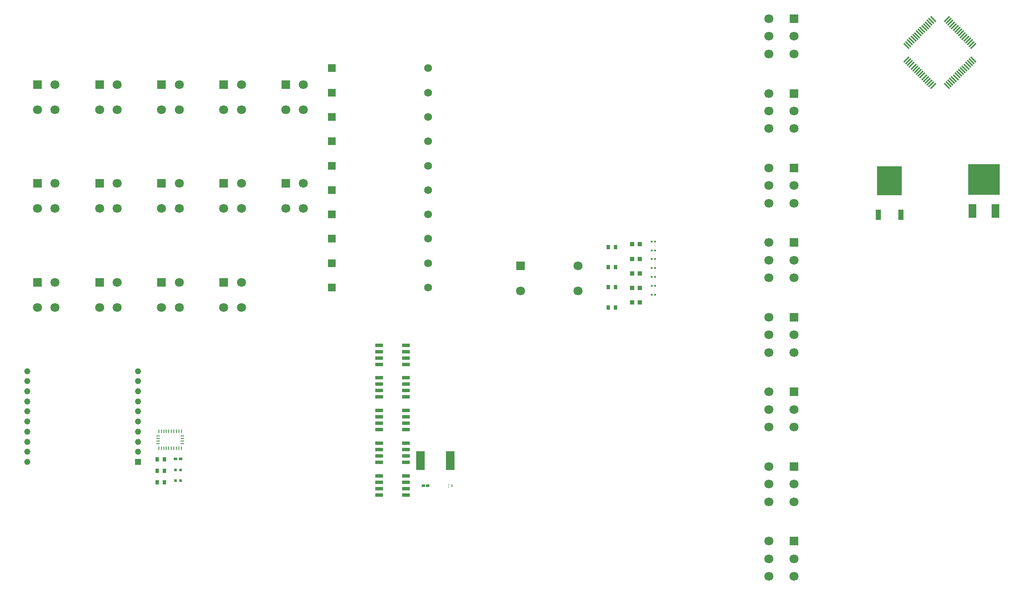
<source format=gbr>
%TF.GenerationSoftware,KiCad,Pcbnew,8.0.4*%
%TF.CreationDate,2024-08-13T00:07:41-07:00*%
%TF.ProjectId,RoboRyo,526f626f-5279-46f2-9e6b-696361645f70,rev?*%
%TF.SameCoordinates,Original*%
%TF.FileFunction,Soldermask,Top*%
%TF.FilePolarity,Negative*%
%FSLAX46Y46*%
G04 Gerber Fmt 4.6, Leading zero omitted, Abs format (unit mm)*
G04 Created by KiCad (PCBNEW 8.0.4) date 2024-08-13 00:07:41*
%MOMM*%
%LPD*%
G01*
G04 APERTURE LIST*
G04 Aperture macros list*
%AMRoundRect*
0 Rectangle with rounded corners*
0 $1 Rounding radius*
0 $2 $3 $4 $5 $6 $7 $8 $9 X,Y pos of 4 corners*
0 Add a 4 corners polygon primitive as box body*
4,1,4,$2,$3,$4,$5,$6,$7,$8,$9,$2,$3,0*
0 Add four circle primitives for the rounded corners*
1,1,$1+$1,$2,$3*
1,1,$1+$1,$4,$5*
1,1,$1+$1,$6,$7*
1,1,$1+$1,$8,$9*
0 Add four rect primitives between the rounded corners*
20,1,$1+$1,$2,$3,$4,$5,0*
20,1,$1+$1,$4,$5,$6,$7,0*
20,1,$1+$1,$6,$7,$8,$9,0*
20,1,$1+$1,$8,$9,$2,$3,0*%
G04 Aperture macros list end*
%ADD10R,1.700000X3.700000*%
%ADD11R,0.700000X0.500000*%
%ADD12R,0.475000X0.500000*%
%ADD13R,0.750000X0.600000*%
%ADD14R,0.650000X0.900000*%
%ADD15R,0.250000X0.150000*%
%ADD16R,0.250000X0.500000*%
%ADD17R,1.500000X0.650000*%
%ADD18R,1.800000X1.800000*%
%ADD19C,1.800000*%
%ADD20R,0.950000X0.950000*%
%ADD21R,1.500000X2.800000*%
%ADD22R,6.300000X6.100000*%
%ADD23R,1.000000X2.100000*%
%ADD24R,4.900000X5.850000*%
%ADD25R,1.214000X1.214000*%
%ADD26C,1.214000*%
%ADD27R,1.575000X1.575000*%
%ADD28C,1.575000*%
%ADD29R,0.730000X0.940000*%
%ADD30R,0.460000X0.420000*%
%ADD31R,0.254000X0.675000*%
%ADD32R,0.675000X0.254000*%
%ADD33RoundRect,0.075000X0.441942X-0.548008X0.548008X-0.441942X-0.441942X0.548008X-0.548008X0.441942X0*%
%ADD34RoundRect,0.075000X-0.441942X-0.548008X0.548008X0.441942X0.441942X0.548008X-0.548008X-0.441942X0*%
G04 APERTURE END LIST*
D10*
%TO.C,S1*%
X115514000Y-114477000D03*
X121414000Y-114477000D03*
%TD*%
D11*
%TO.C,RSL1*%
X116064000Y-119450000D03*
X116964000Y-119450000D03*
%TD*%
D12*
%TO.C,R7*%
X66805000Y-118460000D03*
X67829000Y-118460000D03*
%TD*%
%TO.C,R6*%
X66805000Y-116310000D03*
X67829000Y-116310000D03*
%TD*%
D13*
%TO.C,R5*%
X66767000Y-114160000D03*
X67867000Y-114160000D03*
%TD*%
D14*
%TO.C,R4*%
X152825000Y-83950000D03*
X154275000Y-83950000D03*
%TD*%
%TO.C,R3*%
X152825000Y-79950000D03*
X154275000Y-79950000D03*
%TD*%
%TO.C,R2*%
X152825000Y-75950000D03*
X154275000Y-75950000D03*
%TD*%
%TO.C,R1*%
X152825000Y-71950000D03*
X154275000Y-71950000D03*
%TD*%
D15*
%TO.C,Q7*%
X121089000Y-119325000D03*
X121089000Y-119675000D03*
D16*
X121739000Y-119500000D03*
%TD*%
D17*
%TO.C,Q5*%
X107239000Y-117495000D03*
X107239000Y-118765000D03*
X107239000Y-120035000D03*
X107239000Y-121305000D03*
X112639000Y-121305000D03*
X112639000Y-120035000D03*
X112639000Y-118765000D03*
X112639000Y-117495000D03*
%TD*%
%TO.C,Q4*%
X107239000Y-110995000D03*
X107239000Y-112265000D03*
X107239000Y-113535000D03*
X107239000Y-114805000D03*
X112639000Y-114805000D03*
X112639000Y-113535000D03*
X112639000Y-112265000D03*
X112639000Y-110995000D03*
%TD*%
%TO.C,Q3*%
X107239000Y-104495000D03*
X107239000Y-105765000D03*
X107239000Y-107035000D03*
X107239000Y-108305000D03*
X112639000Y-108305000D03*
X112639000Y-107035000D03*
X112639000Y-105765000D03*
X112639000Y-104495000D03*
%TD*%
%TO.C,Q2*%
X107239000Y-97995000D03*
X107239000Y-99265000D03*
X107239000Y-100535000D03*
X107239000Y-101805000D03*
X112639000Y-101805000D03*
X112639000Y-100535000D03*
X112639000Y-99265000D03*
X112639000Y-97995000D03*
%TD*%
%TO.C,Q1*%
X107239000Y-91495000D03*
X107239000Y-92765000D03*
X107239000Y-94035000D03*
X107239000Y-95305000D03*
X112639000Y-95305000D03*
X112639000Y-94035000D03*
X112639000Y-92765000D03*
X112639000Y-91495000D03*
%TD*%
D18*
%TO.C,PowerIN1*%
X135350000Y-75650000D03*
D19*
X135350000Y-80650000D03*
X146850000Y-75650000D03*
X146850000Y-80650000D03*
%TD*%
D20*
%TO.C,LED1-Y1*%
X157600000Y-83000000D03*
X159100000Y-83000000D03*
%TD*%
%TO.C,LED1-R1*%
X157600000Y-80100000D03*
X159100000Y-80100000D03*
%TD*%
%TO.C,LED1-G1*%
X157600000Y-77200000D03*
X159100000Y-77200000D03*
%TD*%
%TO.C,LED1-B1*%
X157600000Y-74300000D03*
X159100000Y-74300000D03*
%TD*%
%TO.C,LED1-A1*%
X157600000Y-71400000D03*
X159100000Y-71400000D03*
%TD*%
D18*
%TO.C,J8*%
X189750000Y-130499999D03*
D19*
X184750000Y-130499999D03*
X189750000Y-133999999D03*
X184750000Y-133999999D03*
X189750000Y-137499998D03*
X184750001Y-137499999D03*
%TD*%
D18*
%TO.C,J7*%
X189750000Y-100785710D03*
D19*
X184750000Y-100785710D03*
X189750000Y-104285710D03*
X184750000Y-104285710D03*
X189750000Y-107785709D03*
X184750001Y-107785710D03*
%TD*%
D18*
%TO.C,J6*%
X189750000Y-71071426D03*
D19*
X184750000Y-71071426D03*
X189750000Y-74571426D03*
X184750000Y-74571426D03*
X189750000Y-78071425D03*
X184750001Y-78071426D03*
%TD*%
D18*
%TO.C,J5*%
X189750000Y-41357142D03*
D19*
X184750000Y-41357142D03*
X189750000Y-44857142D03*
X184750000Y-44857142D03*
X189750000Y-48357141D03*
X184750001Y-48357142D03*
%TD*%
D18*
%TO.C,J4*%
X189750000Y-115642852D03*
D19*
X184750000Y-115642852D03*
X189750000Y-119142852D03*
X184750000Y-119142852D03*
X189750000Y-122642851D03*
X184750001Y-122642852D03*
%TD*%
D18*
%TO.C,J3*%
X189750000Y-85928568D03*
D19*
X184750000Y-85928568D03*
X189750000Y-89428568D03*
X184750000Y-89428568D03*
X189750000Y-92928567D03*
X184750001Y-92928568D03*
%TD*%
D18*
%TO.C,J2*%
X189750000Y-56214284D03*
D19*
X184750000Y-56214284D03*
X189750000Y-59714284D03*
X184750000Y-59714284D03*
X189750000Y-63214283D03*
X184750001Y-63214284D03*
%TD*%
D18*
%TO.C,J1*%
X189750000Y-26500000D03*
D19*
X184750000Y-26500000D03*
X189750000Y-30000000D03*
X184750000Y-30000000D03*
X189750000Y-33499999D03*
X184750001Y-33500000D03*
%TD*%
D21*
%TO.C,IC3*%
X225214000Y-64750000D03*
D22*
X227500000Y-58500000D03*
D21*
X229786000Y-64750000D03*
%TD*%
D23*
%TO.C,IC2*%
X206470000Y-65550001D03*
X211030000Y-65550001D03*
D24*
X208750000Y-58750000D03*
%TD*%
D25*
%TO.C,IC1*%
X59377000Y-114713000D03*
D26*
X59377000Y-112706000D03*
X59377000Y-110700000D03*
X59377000Y-108693000D03*
X59377000Y-106687000D03*
X59377000Y-104680000D03*
X59377000Y-102673000D03*
X59377000Y-100667000D03*
X59377000Y-98660000D03*
X59377000Y-96654000D03*
X37381000Y-96654000D03*
X37381000Y-98660000D03*
X37381000Y-100667000D03*
X37381000Y-102673000D03*
X37381000Y-104680000D03*
X37381000Y-106687000D03*
X37381000Y-108693000D03*
X37381000Y-110700000D03*
X37381000Y-112706000D03*
X37381000Y-114713000D03*
%TD*%
D18*
%TO.C,DO13*%
X76397000Y-78975000D03*
D19*
X76397000Y-83975000D03*
X79897000Y-78975000D03*
X79897000Y-83975000D03*
%TD*%
D18*
%TO.C,DO12*%
X64057000Y-78975000D03*
D19*
X64057000Y-83975000D03*
X67557000Y-78975000D03*
X67557000Y-83975000D03*
%TD*%
D18*
%TO.C,DO11*%
X51717000Y-78975000D03*
D19*
X51717000Y-83975000D03*
X55217000Y-78975000D03*
X55217000Y-83975000D03*
%TD*%
D18*
%TO.C,DO10*%
X39377000Y-78975000D03*
D19*
X39377000Y-83975000D03*
X42877000Y-78975000D03*
X42877000Y-83975000D03*
%TD*%
D18*
%TO.C,DO9*%
X88737000Y-59300000D03*
D19*
X88737000Y-64300000D03*
X92237000Y-59300000D03*
X92237000Y-64300000D03*
%TD*%
D18*
%TO.C,DO8*%
X76397000Y-59300000D03*
D19*
X76397000Y-64300000D03*
X79897000Y-59300000D03*
X79897000Y-64300000D03*
%TD*%
D18*
%TO.C,DO7*%
X64057000Y-59300000D03*
D19*
X64057000Y-64300000D03*
X67557000Y-59300000D03*
X67557000Y-64300000D03*
%TD*%
D18*
%TO.C,DO6*%
X51717000Y-59300000D03*
D19*
X51717000Y-64300000D03*
X55217000Y-59300000D03*
X55217000Y-64300000D03*
%TD*%
D18*
%TO.C,DO5*%
X39377000Y-59300000D03*
D19*
X39377000Y-64300000D03*
X42877000Y-59300000D03*
X42877000Y-64300000D03*
%TD*%
D18*
%TO.C,DO4*%
X88737000Y-39625000D03*
D19*
X88737000Y-44625000D03*
X92237000Y-39625000D03*
X92237000Y-44625000D03*
%TD*%
D18*
%TO.C,DO3*%
X76397000Y-39625000D03*
D19*
X76397000Y-44625000D03*
X79897000Y-39625000D03*
X79897000Y-44625000D03*
%TD*%
D18*
%TO.C,DO2*%
X64057000Y-39625000D03*
D19*
X64057000Y-44625000D03*
X67557000Y-39625000D03*
X67557000Y-44625000D03*
%TD*%
D18*
%TO.C,DO1*%
X51717000Y-39625000D03*
D19*
X51717000Y-44625000D03*
X55217000Y-39625000D03*
X55217000Y-44625000D03*
%TD*%
D27*
%TO.C,D12*%
X97900000Y-80000000D03*
D28*
X117000000Y-80000000D03*
%TD*%
D27*
%TO.C,D11*%
X97900000Y-75150000D03*
D28*
X117000000Y-75150000D03*
%TD*%
D27*
%TO.C,D10*%
X97900000Y-70300000D03*
D28*
X117000000Y-70300000D03*
%TD*%
D27*
%TO.C,D9*%
X97900000Y-65450000D03*
D28*
X117000000Y-65450000D03*
%TD*%
D27*
%TO.C,D8*%
X97900000Y-60600000D03*
D28*
X117000000Y-60600000D03*
%TD*%
D27*
%TO.C,D7*%
X97900000Y-55750000D03*
D28*
X117000000Y-55750000D03*
%TD*%
D27*
%TO.C,D6*%
X97900000Y-50900000D03*
D28*
X117000000Y-50900000D03*
%TD*%
D27*
%TO.C,D3*%
X97900000Y-46050000D03*
D28*
X117000000Y-46050000D03*
%TD*%
D27*
%TO.C,D2*%
X97900000Y-41200000D03*
D28*
X117000000Y-41200000D03*
%TD*%
D27*
%TO.C,D1*%
X97900000Y-36350000D03*
D28*
X117000000Y-36350000D03*
%TD*%
D18*
%TO.C,CAN1*%
X39377000Y-39625000D03*
D19*
X39377000Y-44625000D03*
X42877000Y-39625000D03*
X42877000Y-44625000D03*
%TD*%
D29*
%TO.C,C16*%
X63157000Y-118810000D03*
X64577000Y-118810000D03*
%TD*%
%TO.C,C14*%
X63157000Y-116520000D03*
X64577000Y-116520000D03*
%TD*%
D30*
%TO.C,C13*%
X161455000Y-81455000D03*
X162115000Y-81455000D03*
%TD*%
%TO.C,C9*%
X161455000Y-79685000D03*
X162115000Y-79685000D03*
%TD*%
%TO.C,C6*%
X161455000Y-77915000D03*
X162115000Y-77915000D03*
%TD*%
%TO.C,C5*%
X161455000Y-76145000D03*
X162115000Y-76145000D03*
%TD*%
%TO.C,C4*%
X161455000Y-74375000D03*
X162115000Y-74375000D03*
%TD*%
%TO.C,C3*%
X161455000Y-72605000D03*
X162115000Y-72605000D03*
%TD*%
%TO.C,C2*%
X161455000Y-70835000D03*
X162115000Y-70835000D03*
%TD*%
D29*
%TO.C,C1*%
X63157000Y-114230000D03*
X64577000Y-114230000D03*
%TD*%
D31*
%TO.C,U4*%
X63487000Y-108652500D03*
D32*
X63349500Y-109565000D03*
X63349500Y-110065000D03*
X63349500Y-110565000D03*
X63349500Y-111065000D03*
D31*
X63487000Y-111977500D03*
X63987000Y-111977500D03*
X64487000Y-111977500D03*
X64987000Y-111977500D03*
X65487000Y-111977500D03*
X65987000Y-111977500D03*
X66487000Y-111977500D03*
X66987000Y-111977500D03*
X67487000Y-111977500D03*
X67987000Y-111977500D03*
D32*
X68124500Y-111065000D03*
X68124500Y-110565000D03*
X68124500Y-110065000D03*
X68124500Y-109565000D03*
D31*
X67987000Y-108652500D03*
X67487000Y-108652500D03*
X66987000Y-108652500D03*
X66487000Y-108652500D03*
X65987000Y-108652500D03*
X65487000Y-108652500D03*
X64987000Y-108652500D03*
X64487000Y-108652500D03*
X63987000Y-108652500D03*
%TD*%
D33*
%TO.C,U1*%
X212085519Y-31888819D03*
X212439072Y-31535266D03*
X212792625Y-31181713D03*
X213146179Y-30828159D03*
X213499732Y-30474606D03*
X213853286Y-30121052D03*
X214206839Y-29767499D03*
X214560392Y-29413946D03*
X214913946Y-29060392D03*
X215267499Y-28706839D03*
X215621052Y-28353286D03*
X215974606Y-27999732D03*
X216328159Y-27646179D03*
X216681713Y-27292625D03*
X217035266Y-26939072D03*
X217388819Y-26585519D03*
D34*
X220111181Y-26585519D03*
X220464734Y-26939072D03*
X220818287Y-27292625D03*
X221171841Y-27646179D03*
X221525394Y-27999732D03*
X221878948Y-28353286D03*
X222232501Y-28706839D03*
X222586054Y-29060392D03*
X222939608Y-29413946D03*
X223293161Y-29767499D03*
X223646714Y-30121052D03*
X224000268Y-30474606D03*
X224353821Y-30828159D03*
X224707375Y-31181713D03*
X225060928Y-31535266D03*
X225414481Y-31888819D03*
D33*
X225414481Y-34611181D03*
X225060928Y-34964734D03*
X224707375Y-35318287D03*
X224353821Y-35671841D03*
X224000268Y-36025394D03*
X223646714Y-36378948D03*
X223293161Y-36732501D03*
X222939608Y-37086054D03*
X222586054Y-37439608D03*
X222232501Y-37793161D03*
X221878948Y-38146714D03*
X221525394Y-38500268D03*
X221171841Y-38853821D03*
X220818287Y-39207375D03*
X220464734Y-39560928D03*
X220111181Y-39914481D03*
D34*
X217388819Y-39914481D03*
X217035266Y-39560928D03*
X216681713Y-39207375D03*
X216328159Y-38853821D03*
X215974606Y-38500268D03*
X215621052Y-38146714D03*
X215267499Y-37793161D03*
X214913946Y-37439608D03*
X214560392Y-37086054D03*
X214206839Y-36732501D03*
X213853286Y-36378948D03*
X213499732Y-36025394D03*
X213146179Y-35671841D03*
X212792625Y-35318287D03*
X212439072Y-34964734D03*
X212085519Y-34611181D03*
%TD*%
M02*

</source>
